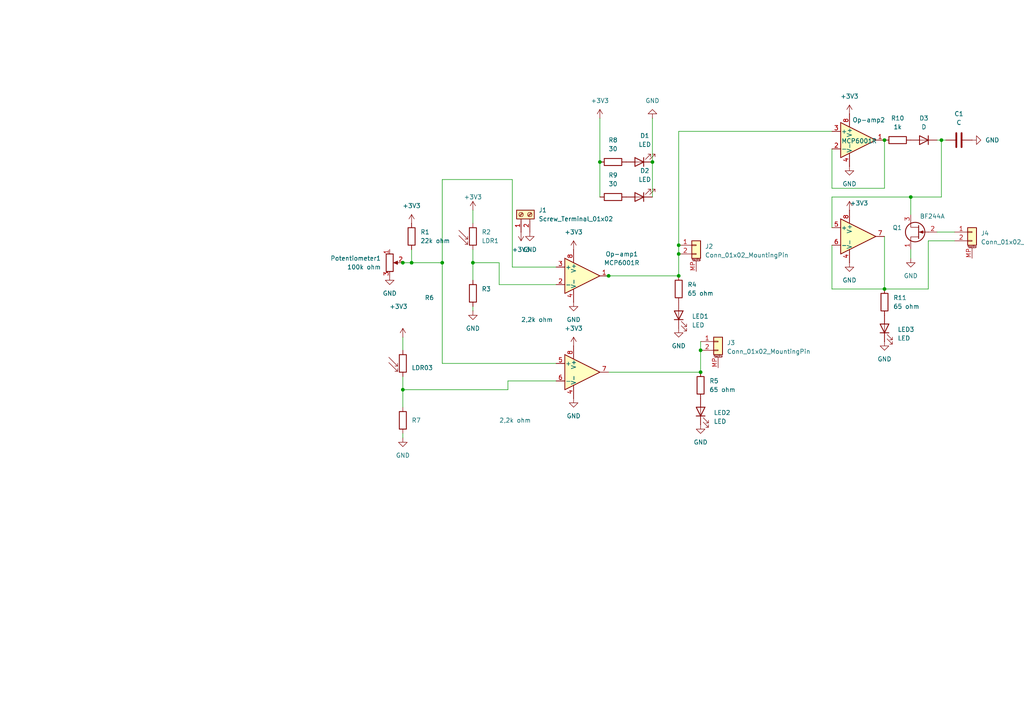
<source format=kicad_sch>
(kicad_sch (version 20231120) (generator "eeschema") (generator_version "8.0")
  (paper "A4")
  (lib_symbols
    (symbol "Connector:Screw_Terminal_01x02" (pin_names (offset 1.016) hide)
      (property "Reference" "J" (at 0 2.54 0))
      (property "Value" "Screw_Terminal_01x02" (at 0 -5.08 0))
      (symbol "Screw_Terminal_01x02_1_1"
        (rectangle (start -1.27 1.27) (end 1.27 -3.81) (stroke (width 0.254)) (fill (type background)))
        (circle (center 0 -2.54) (radius 0.635) (stroke (width 0.1524)))
        (polyline (pts (xy -0.5334 -2.2098) (xy 0.3302 -3.048)) (stroke (width 0.1524)))
        (polyline (pts (xy -0.5334 0.3302) (xy 0.3302 -0.508)) (stroke (width 0.1524)))
        (polyline (pts (xy -0.3556 -2.032) (xy 0.508 -2.8702)) (stroke (width 0.1524)))
        (polyline (pts (xy -0.3556 0.508) (xy 0.508 -0.3302)) (stroke (width 0.1524)))
        (circle (center 0 0) (radius 0.635) (stroke (width 0.1524)))
        (pin passive line (at -5.08 0 0) (length 3.81) (name "Pin_1") (number "1"))
        (pin passive line (at -5.08 -2.54 0) (length 3.81) (name "Pin_2") (number "2"))
      )
    )
    (symbol "Connector_Generic_MountingPin:Conn_01x02_MountingPin" (pin_names (offset 1.016) hide)
      (property "Reference" "J" (at 0 2.54 0))
      (property "Value" "Conn_01x02_MountingPin" (at 1.27 -5.08 0))
      (symbol "Conn_01x02_MountingPin_1_1"
        (rectangle (start -1.27 -2.413) (end 0 -2.667) (stroke (width 0.1524)))
        (rectangle (start -1.27 0.127) (end 0 -0.127) (stroke (width 0.1524)))
        (rectangle (start -1.27 1.27) (end 1.27 -3.81) (stroke (width 0.254)) (fill (type background)))
        (polyline (pts (xy -1.016 -4.572) (xy 1.016 -4.572)) (stroke (width 0.1524)))
        (text "Mounting" (at 0 -4.191 0) (effects (font (size 0.381 0.381))))
        (pin passive line (at -5.08 0 0) (length 3.81) (name "Pin_1") (number "1"))
        (pin passive line (at -5.08 -2.54 0) (length 3.81) (name "Pin_2") (number "2"))
        (pin passive line (at 0 -7.62 90) (length 3.048) (name "MountPin") (number "MP"))
      )
    )
    (symbol "Device:C" (pin_numbers hide) (pin_names (offset 0.254))
      (property "Reference" "C" (at 0.635 2.54 0))
      (property "Value" "C" (at 0.635 -2.54 0))
      (symbol "C_0_1"
        (polyline (pts (xy -2.032 -0.762) (xy 2.032 -0.762)) (stroke (width 0.508)))
        (polyline (pts (xy -2.032 0.762) (xy 2.032 0.762)) (stroke (width 0.508)))
      )
      (symbol "C_1_1"
        (pin passive line (at 0 3.81 270) (length 2.794) (name "~") (number "1"))
        (pin passive line (at 0 -3.81 90) (length 2.794) (name "~") (number "2"))
      )
    )
    (symbol "Device:D" (pin_numbers hide) (pin_names (offset 1.016) hide)
      (property "Reference" "D" (at 0 2.54 0))
      (property "Value" "D" (at 0 -2.54 0))
      (symbol "D_0_1"
        (polyline (pts (xy -1.27 1.27) (xy -1.27 -1.27)) (stroke (width 0.254)))
        (polyline (pts (xy 1.27 0) (xy -1.27 0)))
        (polyline (pts (xy 1.27 1.27) (xy 1.27 -1.27) (xy -1.27 0) (xy 1.27 1.27)) (stroke (width 0.254)))
      )
      (symbol "D_1_1"
        (pin passive line (at -3.81 0 0) (length 2.54) (name "K") (number "1"))
        (pin passive line (at 3.81 0 180) (length 2.54) (name "A") (number "2"))
      )
    )
    (symbol "Device:LED" (pin_numbers hide) (pin_names (offset 1.016) hide)
      (property "Reference" "D" (at 0 2.54 0))
      (property "Value" "LED" (at 0 -2.54 0))
      (symbol "LED_0_1"
        (polyline (pts (xy -1.27 -1.27) (xy -1.27 1.27)) (stroke (width 0.254)))
        (polyline (pts (xy -1.27 0) (xy 1.27 0)))
        (polyline (pts (xy 1.27 -1.27) (xy 1.27 1.27) (xy -1.27 0) (xy 1.27 -1.27)) (stroke (width 0.254)))
        (polyline (pts (xy -3.048 -0.762) (xy -4.572 -2.286) (xy -3.81 -2.286) (xy -4.572 -2.286) (xy -4.572 -1.524)))
        (polyline (pts (xy -1.778 -0.762) (xy -3.302 -2.286) (xy -2.54 -2.286) (xy -3.302 -2.286) (xy -3.302 -1.524)))
      )
      (symbol "LED_1_1"
        (pin passive line (at -3.81 0 0) (length 2.54) (name "K") (number "1"))
        (pin passive line (at 3.81 0 180) (length 2.54) (name "A") (number "2"))
      )
    )
    (symbol "Device:R" (pin_numbers hide) (pin_names (offset 0))
      (property "Reference" "R" (at 2.032 0 90))
      (property "Value" "R" (at 0 0 90))
      (symbol "R_0_1"
        (rectangle (start -1.016 -2.54) (end 1.016 2.54) (stroke (width 0.254)))
      )
      (symbol "R_1_1"
        (pin passive line (at 0 3.81 270) (length 1.27) (name "~") (number "1"))
        (pin passive line (at 0 -3.81 90) (length 1.27) (name "~") (number "2"))
      )
    )
    (symbol "Device:R_Potentiometer" (pin_names (offset 1.016) hide)
      (property "Reference" "RV" (at -4.445 0 90))
      (property "Value" "R_Potentiometer" (at -2.54 0 90))
      (symbol "R_Potentiometer_0_1"
        (polyline (pts (xy 2.54 0) (xy 1.524 0)))
        (polyline (pts (xy 1.143 0) (xy 2.286 0.508) (xy 2.286 -0.508) (xy 1.143 0)) (fill (type outline)))
        (rectangle (start 1.016 2.54) (end -1.016 -2.54) (stroke (width 0.254)))
      )
      (symbol "R_Potentiometer_1_1"
        (pin passive line (at 0 3.81 270) (length 1.27) (name "1") (number "1"))
        (pin passive line (at 3.81 0 180) (length 1.27) (name "2") (number "2"))
        (pin passive line (at 0 -3.81 90) (length 1.27) (name "3") (number "3"))
      )
    )
    (symbol "MCP6001R_1" (pin_names (offset 0.127))
      (property "Reference" "Op-amp1" (at 11.43 6.3186 0))
      (property "Value" "MCP6001R" (at 11.43 3.7786 0))
      (symbol "MCP6001R_1_0_1"
        (polyline (pts (xy -5.08 -22.86) (xy 5.08 -27.94) (xy -5.08 -33.02) (xy -5.08 -22.86)) (stroke (width 0.254)) (fill (type background)))
        (polyline (pts (xy -5.08 5.08) (xy 5.08 0) (xy -5.08 -5.08) (xy -5.08 5.08)) (stroke (width 0.254)) (fill (type background)))
      )
      (symbol "MCP6001R_1_1_1"
        (pin output line (at 7.62 0 180) (length 2.54) (name "~") (number "1"))
        (pin input line (at -7.62 -2.54 0) (length 2.54) (name "-") (number "2"))
        (pin input line (at -7.62 2.54 0) (length 2.54) (name "+") (number "3"))
        (pin power_in line (at -2.54 -35.56 90) (length 3.81) (name "V-") (number "4"))
        (pin power_in line (at -2.54 -7.62 90) (length 3.81) (name "V-") (number "4"))
        (pin input line (at -7.62 -25.4 0) (length 2.54) (name "+") (number "5"))
        (pin input line (at -7.62 -30.48 0) (length 2.54) (name "-") (number "6"))
        (pin output line (at 7.62 -27.94 180) (length 2.54) (name "~") (number "7"))
        (pin power_in line (at -2.54 -20.32 270) (length 3.81) (name "V+") (number "8"))
        (pin power_in line (at -2.54 7.62 270) (length 3.81) (name "V+") (number "8"))
      )
    )
    (symbol "Sensor_Optical:LDR03" (pin_numbers hide) (pin_names (offset 0))
      (property "Reference" "R" (at -5.08 0 90))
      (property "Value" "LDR03" (at 1.905 0 90))
      (symbol "LDR03_0_1"
        (rectangle (start -1.016 2.54) (end 1.016 -2.54) (stroke (width 0.254)))
        (polyline (pts (xy -1.524 -2.286) (xy -4.064 0.254)))
        (polyline (pts (xy -1.524 -2.286) (xy -2.286 -2.286)))
        (polyline (pts (xy -1.524 -2.286) (xy -1.524 -1.524)))
        (polyline (pts (xy -1.524 -0.762) (xy -4.064 1.778)))
        (polyline (pts (xy -1.524 -0.762) (xy -2.286 -0.762)))
        (polyline (pts (xy -1.524 -0.762) (xy -1.524 0)))
      )
      (symbol "LDR03_1_1"
        (pin passive line (at 0 3.81 270) (length 1.27) (name "~") (number "1"))
        (pin passive line (at 0 -3.81 90) (length 1.27) (name "~") (number "2"))
      )
    )
    (symbol "Transistor_FET:BF244A" (pin_names hide)
      (property "Reference" "Q" (at 5.08 1.905 0))
      (property "Value" "BF244A" (at 5.08 0 0))
      (symbol "BF244A_0_1"
        (polyline (pts (xy 0.254 0) (xy -2.54 0)))
        (polyline (pts (xy 0.254 1.905) (xy 0.254 -1.905)) (stroke (width 0.254)))
        (polyline (pts (xy 2.54 -2.54) (xy 2.54 -1.397) (xy 0.254 -1.397)))
        (polyline (pts (xy 2.54 2.54) (xy 2.54 1.397) (xy 0.254 1.397)))
        (polyline (pts (xy 0 0) (xy -1.016 0.381) (xy -1.016 -0.381) (xy 0 0)) (fill (type outline)))
        (circle (center 1.27 0) (radius 2.8194) (stroke (width 0.254)))
      )
      (symbol "BF244A_1_1"
        (pin passive line (at 2.54 5.08 270) (length 2.54) (name "D") (number "1"))
        (pin input line (at -5.08 0 0) (length 2.54) (name "G") (number "2"))
        (pin passive line (at 2.54 -5.08 90) (length 2.54) (name "S") (number "3"))
      )
    )
    (symbol "power:+3V3" (power) (pin_numbers hide) (pin_names (offset 0) hide)
      (property "Value" "+3V3" (at 0 3.556 0))
      (symbol "+3V3_0_1"
        (polyline (pts (xy -0.762 1.27) (xy 0 2.54)))
        (polyline (pts (xy 0 0) (xy 0 2.54)))
        (polyline (pts (xy 0 2.54) (xy 0.762 1.27)))
      )
      (symbol "+3V3_1_1"
        (pin power_in line (at 0 0 90) (length 0) (name "~") (number "1"))
      )
    )
    (symbol "power:GND" (power) (pin_numbers hide) (pin_names (offset 0) hide)
      (property "Value" "GND" (at 0 -3.81 0))
      (symbol "GND_0_1"
        (polyline (pts (xy 0 0) (xy 0 -1.27) (xy 1.27 -1.27) (xy 0 -2.54) (xy -1.27 -1.27) (xy 0 -1.27)))
      )
      (symbol "GND_1_1"
        (pin power_in line (at 0 0 270) (length 0) (name "~") (number "1"))
      )
    )
  )
  (junction (at 116.84 76.2))
  (junction (at 176.53 80.01))
  (junction (at 196.85 71.12))
  (junction (at 196.85 80.01))
  (junction (at 119.38 76.2))
  (junction (at 189.23 46.99))
  (junction (at 203.2 107.95))
  (junction (at 116.84 113.03))
  (junction (at 256.54 83.82))
  (junction (at 128.27 76.2))
  (junction (at 203.2 101.6))
  (junction (at 196.85 73.66))
  (junction (at 264.16 57.15))
  (junction (at 273.05 40.64))
  (junction (at 137.16 76.2))
  (junction (at 256.54 40.64))
  (junction (at 173.99 46.99))
  (wire (pts (xy 271.78 40.64) (xy 273.05 40.64)))
  (wire (pts (xy 241.3 71.12) (xy 241.3 83.82)))
  (wire (pts (xy 147.32 110.49) (xy 161.29 110.49)))
  (wire (pts (xy 148.59 77.47) (xy 161.29 77.47)))
  (wire (pts (xy 269.24 83.82) (xy 256.54 83.82)))
  (wire (pts (xy 173.99 34.29) (xy 173.99 46.99)))
  (wire (pts (xy 128.27 76.2) (xy 128.27 105.41)))
  (wire (pts (xy 196.85 80.01) (xy 196.85 73.66)))
  (wire (pts (xy 196.85 71.12) (xy 196.85 38.1)))
  (wire (pts (xy 137.16 72.39) (xy 137.16 76.2)))
  (wire (pts (xy 264.16 57.15) (xy 241.3 57.15)))
  (wire (pts (xy 271.78 67.31) (xy 276.86 67.31)))
  (wire (pts (xy 273.05 40.64) (xy 273.05 57.15)))
  (wire (pts (xy 115.57 76.2) (xy 116.84 76.2)))
  (wire (pts (xy 119.38 72.39) (xy 119.38 76.2)))
  (wire (pts (xy 241.3 83.82) (xy 256.54 83.82)))
  (wire (pts (xy 203.2 99.06) (xy 203.2 101.6)))
  (wire (pts (xy 175.26 80.01) (xy 176.53 80.01)))
  (wire (pts (xy 203.2 107.95) (xy 203.2 101.6)))
  (wire (pts (xy 116.84 76.2) (xy 119.38 76.2)))
  (wire (pts (xy 241.3 54.61) (xy 256.54 54.61)))
  (wire (pts (xy 137.16 76.2) (xy 137.16 81.28)))
  (wire (pts (xy 256.54 54.61) (xy 256.54 40.64)))
  (wire (pts (xy 148.59 77.47) (xy 148.59 52.07)))
  (wire (pts (xy 116.84 113.03) (xy 147.32 113.03)))
  (wire (pts (xy 116.84 113.03) (xy 116.84 118.11)))
  (wire (pts (xy 189.23 34.29) (xy 189.23 46.99)))
  (wire (pts (xy 128.27 105.41) (xy 161.29 105.41)))
  (wire (pts (xy 116.84 109.22) (xy 116.84 113.03)))
  (wire (pts (xy 196.85 38.1) (xy 241.3 38.1)))
  (wire (pts (xy 241.3 43.18) (xy 241.3 54.61)))
  (wire (pts (xy 176.53 80.01) (xy 196.85 80.01)))
  (wire (pts (xy 273.05 40.64) (xy 274.32 40.64)))
  (wire (pts (xy 256.54 83.82) (xy 256.54 68.58)))
  (wire (pts (xy 137.16 88.9) (xy 137.16 90.17)))
  (wire (pts (xy 148.59 52.07) (xy 128.27 52.07)))
  (wire (pts (xy 144.78 82.55) (xy 144.78 76.2)))
  (wire (pts (xy 176.53 107.95) (xy 203.2 107.95)))
  (wire (pts (xy 189.23 46.99) (xy 189.23 57.15)))
  (wire (pts (xy 137.16 60.96) (xy 137.16 64.77)))
  (wire (pts (xy 276.86 69.85) (xy 269.24 69.85)))
  (wire (pts (xy 161.29 82.55) (xy 144.78 82.55)))
  (wire (pts (xy 273.05 57.15) (xy 264.16 57.15)))
  (wire (pts (xy 173.99 46.99) (xy 173.99 57.15)))
  (wire (pts (xy 241.3 57.15) (xy 241.3 66.04)))
  (wire (pts (xy 269.24 69.85) (xy 269.24 83.82)))
  (wire (pts (xy 116.84 125.73) (xy 116.84 127)))
  (wire (pts (xy 119.38 76.2) (xy 128.27 76.2)))
  (wire (pts (xy 128.27 52.07) (xy 128.27 76.2)))
  (wire (pts (xy 264.16 72.39) (xy 264.16 74.93)))
  (wire (pts (xy 144.78 76.2) (xy 137.16 76.2)))
  (wire (pts (xy 196.85 71.12) (xy 196.85 73.66)))
  (wire (pts (xy 116.84 97.79) (xy 116.84 101.6)))
  (wire (pts (xy 147.32 113.03) (xy 147.32 110.49)))
  (wire (pts (xy 264.16 57.15) (xy 264.16 62.23)))
  (symbol (lib_id "power:GND") (at 166.37 115.57 0) (unit 1)
    (property "Reference" "#PWR015" (effects (hide yes)))
    (property "Value" "GND" (at 166.37 120.65 0))
    (property "Description" "Power symbol creates a global label with name \"GND\" , ground" (effects (hide yes)))
  )
  (symbol (lib_id "power:GND") (at 116.84 127 0) (unit 1)
    (property "Reference" "#PWR014" (effects (hide yes)))
    (property "Value" "GND" (at 116.84 132.08 0))
    (property "Description" "Power symbol creates a global label with name \"GND\" , ground" (effects (hide yes)))
  )
  (symbol (lib_id "Connector_Generic_MountingPin:Conn_01x02_MountingPin") (at 201.93 71.12 0) (unit 1)
    (property "Reference" "J2" (at 204.47 71.4755 0) (effects (justify left)))
    (property "Value" "Conn_01x02_MountingPin" (at 204.47 74.0155 0) (effects (justify left)))
    (property "Footprint" "Connector_PinSocket_2.54mm:PinSocket_1x02_P2.54mm_Vertical" (effects (hide yes)))
    (property "Description" "Generic connectable mounting pin connector, single row, 01x02, script generated (kicad-library-utils/schlib/autogen/connector/)" (effects (hide yes)))
  )
  (symbol (lib_id "power:GND") (at 203.2 123.19 0) (unit 1)
    (property "Reference" "#PWR012" (effects (hide yes)))
    (property "Value" "GND" (at 203.2 128.27 0))
    (property "Description" "Power symbol creates a global label with name \"GND\" , ground" (effects (hide yes)))
  )
  (symbol (lib_id "power:+3V3") (at 173.99 34.29 0) (unit 1)
    (property "Reference" "#PWR016" (effects (hide yes)))
    (property "Value" "+3V3" (at 173.99 29.21 0))
    (property "Description" "Power symbol creates a global label with name \"+3V3\"" (effects (hide yes)))
  )
  (symbol (lib_id "Device:R") (at 137.16 85.09 0) (unit 1)
    (property "Reference" "R3" (at 139.7 83.8199 0) (effects (justify left)))
    (property "Value" "2,2k ohm" (at 151.13 92.71 0) (effects (justify left)))
    (property "Footprint" "Resistor_THT:R_Axial_DIN0204_L3.6mm_D1.6mm_P7.62mm_Horizontal" (effects (hide yes)))
    (property "Description" "Resistor" (effects (hide yes)))
  )
  (symbol (lib_id "power:+3V3") (at 119.38 64.77 0) (unit 1)
    (property "Reference" "#PWR02" (effects (hide yes)))
    (property "Value" "+3V3" (at 119.38 59.69 0))
    (property "Description" "Power symbol creates a global label with name \"+3V3\"" (effects (hide yes)))
  )
  (symbol (lib_id "Device:LED") (at 203.2 119.38 90) (unit 1)
    (property "Reference" "LED2" (at 207.01 119.6974 90) (effects (justify right)))
    (property "Value" "LED" (at 207.01 122.2374 90) (effects (justify right)))
    (property "Footprint" "LED_THT:LED_D1.8mm_W3.3mm_H2.4mm" (effects (hide yes)))
    (property "Description" "Light emitting diode" (effects (hide yes)))
  )
  (symbol (lib_id "power:GND") (at 137.16 90.17 0) (unit 1)
    (property "Reference" "#PWR04" (effects (hide yes)))
    (property "Value" "GND" (at 137.16 95.25 0))
    (property "Description" "Power symbol creates a global label with name \"GND\" , ground" (effects (hide yes)))
  )
  (symbol (lib_id "power:GND") (at 189.23 34.29 180) (unit 1)
    (property "Reference" "#PWR010" (effects (hide yes)))
    (property "Value" "GND" (at 189.23 29.21 0))
    (property "Description" "Power symbol creates a global label with name \"GND\" , ground" (effects (hide yes)))
  )
  (symbol (lib_id "power:+3V3") (at 116.84 97.79 0) (unit 1)
    (property "Reference" "#PWR013" (effects (hide yes)))
    (property "Value" "+3V3" (at 115.57 88.9 0))
    (property "Description" "Power symbol creates a global label with name \"+3V3\"" (effects (hide yes)))
  )
  (symbol (lib_id "Device:LED") (at 185.42 46.99 180) (unit 1)
    (property "Reference" "D1" (at 187.0075 39.37 0))
    (property "Value" "LED" (at 187.0075 41.91 0))
    (property "Footprint" "TerminalBlock_Phoenix:TerminalBlock_Phoenix_MKDS-1,5-2_1x02_P5.00mm_Horizontal" (effects (hide yes)))
    (property "Description" "Light emitting diode" (effects (hide yes)))
  )
  (symbol (lib_id "Device:R") (at 256.54 87.63 0) (unit 1)
    (property "Reference" "R11" (at 259.08 86.3599 0) (effects (justify left)))
    (property "Value" "65 ohm" (at 259.08 88.8999 0) (effects (justify left)))
    (property "Footprint" "Resistor_THT:R_Axial_DIN0204_L3.6mm_D1.6mm_P7.62mm_Horizontal" (effects (hide yes)))
    (property "Description" "Resistor" (effects (hide yes)))
  )
  (symbol (lib_id "power:+3V3") (at 246.38 33.02 0) (unit 1)
    (property "Reference" "#PWR018" (effects (hide yes)))
    (property "Value" "+3V3" (at 246.38 27.94 0))
    (property "Description" "Power symbol creates a global label with name \"+3V3\"" (effects (hide yes)))
  )
  (symbol (lib_id "Device:D") (at 267.97 40.64 180) (unit 1)
    (property "Reference" "D3" (at 267.97 34.29 0))
    (property "Value" "D" (at 267.97 36.83 0))
    (property "Description" "Diode" (effects (hide yes)))
    (property "Sim.Device" "D" (effects (hide yes)))
    (property "Sim.Pins" "1=K 2=A" (effects (hide yes)))
  )
  (symbol (lib_id "power:GND") (at 113.03 80.01 0) (unit 1)
    (property "Reference" "#PWR01" (effects (hide yes)))
    (property "Value" "GND" (at 113.03 85.09 0))
    (property "Description" "Power symbol creates a global label with name \"GND\" , ground" (effects (hide yes)))
  )
  (symbol (lib_id "Device:R_Potentiometer") (at 113.03 76.2 0) (unit 1)
    (property "Reference" "Potentiometer1" (at 110.49 74.9299 0) (effects (justify right)))
    (property "Value" "100k ohm" (at 110.49 77.4699 0) (effects (justify right)))
    (property "Footprint" "Potentiometer_THT:Potentiometer_Runtron_RM-065_Vertical" (effects (hide yes)))
    (property "Description" "Potentiometer" (effects (hide yes)))
  )
  (symbol (lib_id "power:+3V3") (at 166.37 72.39 0) (unit 1)
    (property "Reference" "#PWR05" (effects (hide yes)))
    (property "Value" "+3V3" (at 166.37 67.31 0))
    (property "Description" "Power symbol creates a global label with name \"+3V3\"" (effects (hide yes)))
  )
  (symbol (lib_id "Device:LED") (at 256.54 95.25 90) (unit 1)
    (property "Reference" "LED3" (at 260.35 95.5674 90) (effects (justify right)))
    (property "Value" "LED" (at 260.35 98.1074 90) (effects (justify right)))
    (property "Footprint" "LED_THT:LED_D1.8mm_W3.3mm_H2.4mm" (effects (hide yes)))
    (property "Description" "Light emitting diode" (effects (hide yes)))
  )
  (symbol (lib_id "Device:C") (at 278.13 40.64 90) (unit 1)
    (property "Reference" "C1" (at 278.13 33.02 90))
    (property "Value" "C" (at 278.13 35.56 90))
    (property "Description" "Unpolarized capacitor" (effects (hide yes)))
  )
  (symbol (lib_id "Device:LED") (at 196.85 91.44 90) (unit 1)
    (property "Reference" "LED1" (at 200.66 91.7574 90) (effects (justify right)))
    (property "Value" "LED" (at 200.66 94.2974 90) (effects (justify right)))
    (property "Footprint" "LED_THT:LED_D1.8mm_W3.3mm_H2.4mm" (effects (hide yes)))
    (property "Description" "Light emitting diode" (effects (hide yes)))
  )
  (symbol (lib_id "power:GND") (at 246.38 76.2 0) (unit 1)
    (property "Reference" "#PWR022" (effects (hide yes)))
    (property "Value" "GND" (at 246.38 81.28 0))
    (property "Description" "Power symbol creates a global label with name \"GND\" , ground" (effects (hide yes)))
  )
  (symbol (lib_id "power:GND") (at 166.37 87.63 0) (unit 1)
    (property "Reference" "#PWR06" (effects (hide yes)))
    (property "Value" "GND" (at 166.37 92.71 0))
    (property "Description" "Power symbol creates a global label with name \"GND\" , ground" (effects (hide yes)))
  )
  (symbol (lib_id "Device:R") (at 116.84 121.92 0) (unit 1)
    (property "Reference" "R7" (at 119.38 121.92 0) (effects (justify left)))
    (property "Value" "2,2k ohm" (at 144.78 121.92 0) (effects (justify left)))
    (property "Footprint" "Resistor_THT:R_Axial_DIN0204_L3.6mm_D1.6mm_P7.62mm_Horizontal" (effects (hide yes)))
    (property "Description" "Resistor" (effects (hide yes)))
  )
  (symbol (lib_id "Device:R") (at 196.85 83.82 0) (unit 1)
    (property "Reference" "R4" (at 199.39 82.5499 0) (effects (justify left)))
    (property "Value" "65 ohm" (at 199.39 85.0899 0) (effects (justify left)))
    (property "Footprint" "Resistor_THT:R_Axial_DIN0204_L3.6mm_D1.6mm_P7.62mm_Horizontal" (effects (hide yes)))
    (property "Description" "Resistor" (effects (hide yes)))
  )
  (symbol (lib_id "power:GND") (at 246.38 48.26 0) (unit 1)
    (property "Reference" "#PWR017" (effects (hide yes)))
    (property "Value" "GND" (at 246.38 53.34 0))
    (property "Description" "Power symbol creates a global label with name \"GND\" , ground" (effects (hide yes)))
  )
  (symbol (lib_id "power:+3V3") (at 137.16 60.96 0) (unit 1)
    (property "Reference" "#PWR03" (effects (hide yes)))
    (property "Value" "+3V3" (at 137.16 57.15 0))
    (property "Description" "Power symbol creates a global label with name \"+3V3\"" (effects (hide yes)))
  )
  (symbol (lib_id "Sensor_Optical:LDR03") (at 116.84 105.41 0) (unit 1)
    (property "Reference" "R6" (at 123.19 86.36 0) (effects (justify left)))
    (property "Value" "LDR03" (at 119.38 106.68 0) (effects (justify left)))
    (property "Footprint" "TerminalBlock_Phoenix:TerminalBlock_Phoenix_MKDS-1,5-2_1x02_P5.00mm_Horizontal" (effects (hide yes)))
    (property "Datasheet" "http://www.elektronica-componenten.nl/WebRoot/StoreNL/Shops/61422969/54F1/BA0C/C664/31B9/2173/C0A8/2AB9/2AEF/LDR03IMP.pdf" (effects (hide yes)))
    (property "Description" "light dependent resistor" (effects (hide yes)))
  )
  (symbol (lib_id "Device:LED") (at 185.42 57.15 180) (unit 1)
    (property "Reference" "D2" (at 187.0075 49.53 0))
    (property "Value" "LED" (at 187.0075 52.07 0))
    (property "Footprint" "TerminalBlock_Phoenix:TerminalBlock_Phoenix_MKDS-1,5-2_1x02_P5.00mm_Horizontal" (effects (hide yes)))
    (property "Description" "Light emitting diode" (effects (hide yes)))
  )
  (symbol (lib_name "MCP6001R_1") (lib_id "Amplifier_Operational:MCP6001R") (at 248.92 40.64 0) (unit 1)
    (property "Reference" "Op-amp2" (at 251.968 34.798 0))
    (property "Value" "MCP6001R" (at 249.174 40.894 0))
    (property "Footprint" "Package_DIP:DIP-8_W7.62mm" (effects (hide yes)))
    (property "Datasheet" "https://ww1.microchip.com/downloads/en/DeviceDoc/MCP6001-1R-1U-2-4-1-MHz-Low-Power-Op-Amp-DS20001733L.pdf" (effects (hide yes)))
    (property "Description" "1MHz, Low-Power Op Amp, SOT-23-5" (effects (hide yes)))
  )
  (symbol (lib_id "power:GND") (at 256.54 99.06 0) (unit 1)
    (property "Reference" "#PWR023" (effects (hide yes)))
    (property "Value" "GND" (at 256.54 104.14 0))
    (property "Description" "Power symbol creates a global label with name \"GND\" , ground" (effects (hide yes)))
  )
  (symbol (lib_id "Transistor_FET:BF244A") (at 266.7 67.31 180) (unit 1)
    (property "Reference" "Q1" (at 261.62 66.0399 0) (effects (justify left)))
    (property "Value" "BF244A" (at 274.066 62.738 0) (effects (justify left)))
    (property "Footprint" "Package_TO_SOT_THT:TO-92_Inline" (effects (hide yes)))
    (property "Datasheet" "https://media.digikey.com/pdf/Data%20Sheets/Fairchild%20PDFs/BF244x.pdf" (effects (hide yes)))
    (property "Description" "50mA Id, 30V Vgs, N-Channel FET Transistor, TO-92" (effects (hide yes)))
  )
  (symbol (lib_id "Connector_Generic_MountingPin:Conn_01x02_MountingPin") (at 281.94 67.31 0) (unit 1)
    (property "Reference" "J4" (at 284.48 67.6655 0) (effects (justify left)))
    (property "Value" "Conn_01x02_MountingPin" (at 284.48 70.2055 0) (effects (justify left)))
    (property "Footprint" "Connector_PinSocket_2.54mm:PinSocket_1x02_P2.54mm_Vertical" (effects (hide yes)))
    (property "Description" "Generic connectable mounting pin connector, single row, 01x02, script generated (kicad-library-utils/schlib/autogen/connector/)" (effects (hide yes)))
  )
  (symbol (lib_id "Device:R") (at 177.8 46.99 90) (unit 1)
    (property "Reference" "R8" (at 177.8 40.64 90))
    (property "Value" "30" (at 177.8 43.18 90))
    (property "Footprint" "Resistor_THT:R_Axial_DIN0204_L3.6mm_D1.6mm_P7.62mm_Horizontal" (effects (hide yes)))
    (property "Description" "Resistor" (effects (hide yes)))
  )
  (symbol (lib_name "MCP6001R_1") (lib_id "Amplifier_Operational:MCP6001R") (at 168.91 80.01 0) (unit 1)
    (property "Reference" "Op-amp1" (at 180.34 73.6914 0))
    (property "Value" "MCP6001R" (at 180.34 76.2314 0))
    (property "Footprint" "Package_DIP:DIP-8_W7.62mm" (effects (hide yes)))
    (property "Datasheet" "https://ww1.microchip.com/downloads/en/DeviceDoc/MCP6001-1R-1U-2-4-1-MHz-Low-Power-Op-Amp-DS20001733L.pdf" (effects (hide yes)))
    (property "Description" "1MHz, Low-Power Op Amp, SOT-23-5" (effects (hide yes)))
  )
  (symbol (lib_id "Device:R") (at 119.38 68.58 0) (unit 1)
    (property "Reference" "R1" (at 121.92 67.3099 0) (effects (justify left)))
    (property "Value" "22k ohm" (at 121.92 69.8499 0) (effects (justify left)))
    (property "Footprint" "Resistor_THT:R_Axial_DIN0204_L3.6mm_D1.6mm_P7.62mm_Horizontal" (effects (hide yes)))
    (property "Description" "Resistor" (effects (hide yes)))
  )
  (symbol (lib_id "power:+3V3") (at 166.37 100.33 0) (unit 1)
    (property "Reference" "#PWR011" (effects (hide yes)))
    (property "Value" "+3V3" (at 166.37 95.25 0))
    (property "Description" "Power symbol creates a global label with name \"+3V3\"" (effects (hide yes)))
  )
  (symbol (lib_id "power:+3V3") (at 151.13 67.31 180) (unit 1)
    (property "Reference" "#PWR08" (effects (hide yes)))
    (property "Value" "+3V3" (at 151.13 72.39 0))
    (property "Description" "Power symbol creates a global label with name \"+3V3\"" (effects (hide yes)))
  )
  (symbol (lib_id "Sensor_Optical:LDR03") (at 137.16 68.58 0) (unit 1)
    (property "Reference" "R2" (at 139.7 67.3099 0) (effects (justify left)))
    (property "Value" "LDR1" (at 139.7 69.8499 0) (effects (justify left)))
    (property "Footprint" "TerminalBlock_Phoenix:TerminalBlock_Phoenix_MKDS-1,5-2_1x02_P5.00mm_Horizontal" (effects (hide yes)))
    (property "Datasheet" "http://www.elektronica-componenten.nl/WebRoot/StoreNL/Shops/61422969/54F1/BA0C/C664/31B9/2173/C0A8/2AB9/2AEF/LDR03IMP.pdf" (effects (hide yes)))
    (property "Description" "light dependent resistor" (effects (hide yes)))
  )
  (symbol (lib_id "power:GND") (at 264.16 74.93 0) (unit 1)
    (property "Reference" "#PWR020" (effects (hide yes)))
    (property "Value" "GND" (at 264.16 80.01 0))
    (property "Description" "Power symbol creates a global label with name \"GND\" , ground" (effects (hide yes)))
  )
  (symbol (lib_id "power:GND") (at 281.94 40.64 90) (unit 1)
    (property "Reference" "#PWR019" (effects (hide yes)))
    (property "Value" "GND" (at 285.75 40.6399 90) (effects (justify right)))
    (property "Description" "Power symbol creates a global label with name \"GND\" , ground" (effects (hide yes)))
  )
  (symbol (lib_id "Connector:Screw_Terminal_01x02") (at 151.13 62.23 90) (unit 1)
    (property "Reference" "J1" (at 156.21 60.9599 90) (effects (justify right)))
    (property "Value" "Screw_Terminal_01x02" (at 156.21 63.4999 90) (effects (justify right)))
    (property "Footprint" "TerminalBlock_Phoenix:TerminalBlock_Phoenix_MKDS-1,5-2_1x02_P5.00mm_Horizontal" (effects (hide yes)))
    (property "Description" "Generic screw terminal, single row, 01x02, script generated (kicad-library-utils/schlib/autogen/connector/)" (effects (hide yes)))
  )
  (symbol (lib_id "power:GND") (at 153.67 67.31 0) (unit 1)
    (property "Reference" "#PWR09" (effects (hide yes)))
    (property "Value" "GND" (at 153.67 72.39 0))
    (property "Description" "Power symbol creates a global label with name \"GND\" , ground" (effects (hide yes)))
  )
  (symbol (lib_id "Device:R") (at 260.35 40.64 90) (unit 1)
    (property "Reference" "R10" (at 260.35 34.29 90))
    (property "Value" "1k" (at 260.35 36.83 90))
    (property "Footprint" "Resistor_THT:R_Axial_DIN0204_L3.6mm_D1.6mm_P7.62mm_Horizontal" (effects (hide yes)))
    (property "Description" "Resistor" (effects (hide yes)))
  )
  (symbol (lib_id "power:GND") (at 196.85 95.25 0) (unit 1)
    (property "Reference" "#PWR07" (effects (hide yes)))
    (property "Value" "GND" (at 196.85 100.33 0))
    (property "Description" "Power symbol creates a global label with name \"GND\" , ground" (effects (hide yes)))
  )
  (symbol (lib_id "power:+3V3") (at 246.38 60.96 0) (unit 1)
    (property "Reference" "#PWR021" (effects (hide yes)))
    (property "Value" "+3V3" (at 249.174 58.928 0))
    (property "Description" "Power symbol creates a global label with name \"+3V3\"" (effects (hide yes)))
  )
  (symbol (lib_id "Connector_Generic_MountingPin:Conn_01x02_MountingPin") (at 208.28 99.06 0) (unit 1)
    (property "Reference" "J3" (at 210.82 99.4155 0) (effects (justify left)))
    (property "Value" "Conn_01x02_MountingPin" (at 210.82 101.9555 0) (effects (justify left)))
    (property "Footprint" "Connector_PinSocket_2.54mm:PinSocket_1x02_P2.54mm_Vertical" (effects (hide yes)))
    (property "Description" "Generic connectable mounting pin connector, single row, 01x02, script generated (kicad-library-utils/schlib/autogen/connector/)" (effects (hide yes)))
  )
  (symbol (lib_id "Device:R") (at 203.2 111.76 0) (unit 1)
    (property "Reference" "R5" (at 205.74 110.4899 0) (effects (justify left)))
    (property "Value" "65 ohm" (at 205.74 113.0299 0) (effects (justify left)))
    (property "Footprint" "Resistor_THT:R_Axial_DIN0204_L3.6mm_D1.6mm_P7.62mm_Horizontal" (effects (hide yes)))
    (property "Description" "Resistor" (effects (hide yes)))
  )
  (symbol (lib_id "Device:R") (at 177.8 57.15 90) (unit 1)
    (property "Reference" "R9" (at 177.8 50.8 90))
    (property "Value" "30" (at 177.8 53.34 90))
    (property "Footprint" "Resistor_THT:R_Axial_DIN0204_L3.6mm_D1.6mm_P7.62mm_Horizontal" (effects (hide yes)))
    (property "Description" "Resistor" (effects (hide yes)))
  )
)
</source>
